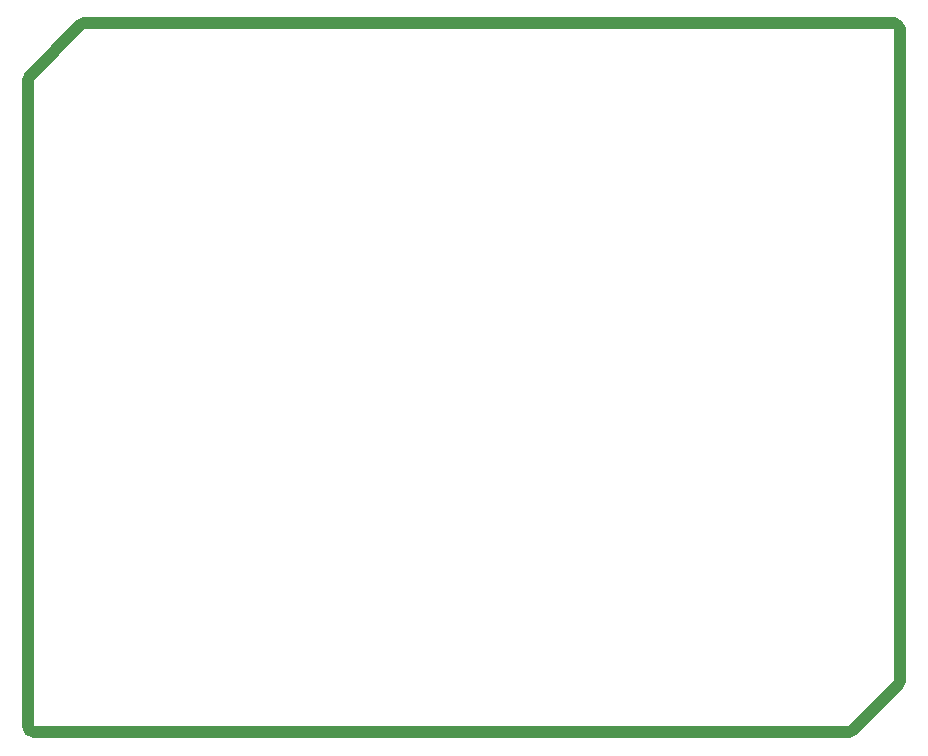
<source format=gko>
G04*
G04 #@! TF.GenerationSoftware,Altium Limited,Altium Designer,23.1.1 (15)*
G04*
G04 Layer_Color=16711935*
%FSLAX42Y42*%
%MOMM*%
G71*
G04*
G04 #@! TF.SameCoordinates,F7E502E2-2775-4CE4-A648-0EBC044B2D6D*
G04*
G04*
G04 #@! TF.FilePolarity,Positive*
G04*
G01*
G75*
%ADD63C,1.00*%
D63*
X7330Y5901D02*
G03*
X7280Y5951I-50J0D01*
G01*
X7330Y5901D02*
G03*
X7280Y5951I-50J0D01*
G01*
X7315Y349D02*
G03*
X7330Y384I-35J35D01*
G01*
X7316Y349D02*
G03*
X7330Y384I-35J35D01*
G01*
X6897Y-49D02*
G03*
X6932Y-34I0J50D01*
G01*
X6897Y-49D02*
G03*
X6932Y-34I0J50D01*
G01*
X427Y5951D02*
G03*
X392Y5936I0J-50D01*
G01*
X427Y5951D02*
G03*
X392Y5936I0J-50D01*
G01*
X-36Y5508D02*
G03*
X-51Y5473I35J-35D01*
G01*
Y1D02*
G03*
X-1Y-49I50J0D01*
G01*
X-36Y5508D02*
G03*
X-51Y5473I35J-35D01*
G01*
Y1D02*
G03*
X-1Y-49I50J0D01*
G01*
X7330Y384D02*
Y5901D01*
X7315Y349D02*
X7316Y349D01*
X6932Y-34D02*
X7315Y349D01*
X6932Y-34D02*
X6932Y-34D01*
X427Y5951D02*
X7280D01*
X392Y5936D02*
X392Y5936D01*
X-36Y5508D02*
X392Y5936D01*
X-36Y5508D02*
X-36Y5508D01*
X-1Y-49D02*
X6897D01*
X-51Y1D02*
Y5473D01*
M02*

</source>
